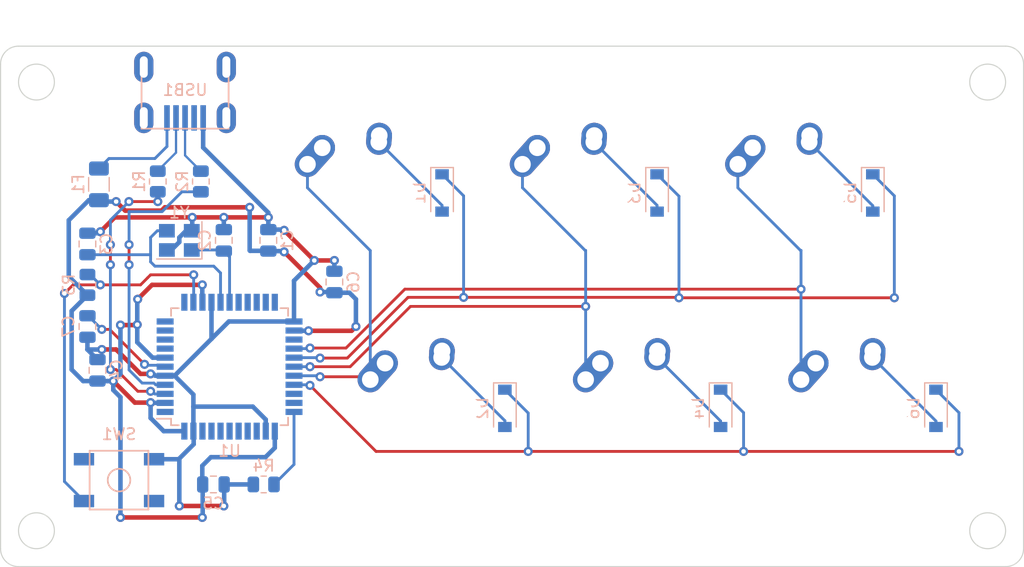
<source format=kicad_pcb>
(kicad_pcb (version 20211014) (generator pcbnew)
  (layers (0 "F.Cu" signal) (31 "B.Cu" signal) (34 "B.Paste" user) (35 "F.Paste" user) (36 "B.SilkS" user "B.Silkscreen") (37 "F.SilkS" user "F.Silkscreen") (38 "B.Mask" user) (39 "F.Mask" user) (44 "Edge.Cuts" user))
  (net 0 "")
  (net 1 "+5V")
  (net 2 "GND")
  (net 3 "Net-(C2-Pad2)")
  (net 4 "Net-(C3-Pad1)")
  (net 5 "Net-(C7-Pad1)")
  (net 6 "Row0")
  (net 7 "Net-(D1-Pad2)")
  (net 8 "Row1")
  (net 9 "Net-(D2-Pad2)")
  (net 10 "Net-(D3-Pad2)")
  (net 11 "Net-(D4-Pad2)")
  (net 12 "Net-(D5-Pad2)")
  (net 13 "Net-(D6-Pad2)")
  (net 14 "VCC")
  (net 15 "Col0")
  (net 16 "Col1")
  (net 17 "Col2")
  (net 18 "D-")
  (net 19 "Net-(R1-Pad2)")
  (net 20 "D+")
  (net 21 "Net-(R2-Pad2)")
  (net 22 "Net-(R3-Pad1)")
  (net 23 "Net-(R4-Pad1)")
  (footprint "MX_Alps_Hybrid:MX-1U-NoLED" (layer "F.Cu") (at 139.7 103.47325)
    (fp_text reference "MX6")
    (fp_text value "MX-NoLED")
    (pad "" np_thru_hole circle locked (at 5.08 0 48.0996) (size 1.75 1.75) (drill 1.75) (layers *.Cu *.Mask))
    (pad "" np_thru_hole circle locked (at -5.08 0 48.0996) (size 1.75 1.75) (drill 1.75) (layers *.Cu *.Mask))
    (pad "" np_thru_hole circle locked (at 0 0) (size 3.9878 3.9878) (drill 3.9878) (layers *.Cu *.Mask))
    (pad "1" thru_hole oval locked (at -3.81 -2.54 48.0996) (size 4.211556 2.25) (drill 1.47 (offset 0.980778 0)) (layers *.Cu "B.Mask") (net 17 "Col2"))
    (pad "1" thru_hole circle locked (at -2.5 -4) (size 2.25 2.25) (drill 1.47) (layers *.Cu "B.Mask") (net 17 "Col2"))
    (pad "2" thru_hole circle locked (at 2.54 -5.08) (size 2.25 2.25) (drill 1.47) (layers *.Cu "B.Mask") (net 13 "Net-(D6-Pad2)"))
    (pad "2" thru_hole oval locked (at 2.5 -4.5 86.0548) (size 2.831378 2.25) (drill 1.47 (offset 0.290689 0)) (layers *.Cu "B.Mask") (net 13 "Net-(D6-Pad2)"))
  )
  (footprint "MX_Alps_Hybrid:MX-1U-NoLED" (layer "F.Cu") (at 115.062 84.42325)
    (fp_text reference "MX3")
    (fp_text value "MX-NoLED")
    (pad "" np_thru_hole circle locked (at 0 0) (size 3.9878 3.9878) (drill 3.9878) (layers *.Cu *.Mask))
    (pad "" np_thru_hole circle locked (at -5.08 0 48.0996) (size 1.75 1.75) (drill 1.75) (layers *.Cu *.Mask))
    (pad "" np_thru_hole circle locked (at 5.08 0 48.0996) (size 1.75 1.75) (drill 1.75) (layers *.Cu *.Mask))
    (pad "1" thru_hole circle locked (at -2.5 -4) (size 2.25 2.25) (drill 1.47) (layers *.Cu "B.Mask") (net 16 "Col1"))
    (pad "1" thru_hole oval locked (at -3.81 -2.54 48.0996) (size 4.211556 2.25) (drill 1.47 (offset 0.980778 0)) (layers *.Cu "B.Mask") (net 16 "Col1"))
    (pad "2" thru_hole oval locked (at 2.5 -4.5 86.0548) (size 2.831378 2.25) (drill 1.47 (offset 0.290689 0)) (layers *.Cu "B.Mask") (net 10 "Net-(D3-Pad2)"))
    (pad "2" thru_hole circle locked (at 2.54 -5.08) (size 2.25 2.25) (drill 1.47) (layers *.Cu "B.Mask") (net 10 "Net-(D3-Pad2)"))
  )
  (footprint "MX_Alps_Hybrid:MX-1U-NoLED" (layer "F.Cu") (at 134.112 84.42325)
    (fp_text reference "MX5")
    (fp_text value "MX-NoLED")
    (pad "" np_thru_hole circle locked (at 5.08 0 48.0996) (size 1.75 1.75) (drill 1.75) (layers *.Cu *.Mask))
    (pad "" np_thru_hole circle locked (at 0 0) (size 3.9878 3.9878) (drill 3.9878) (layers *.Cu *.Mask))
    (pad "" np_thru_hole circle locked (at -5.08 0 48.0996) (size 1.75 1.75) (drill 1.75) (layers *.Cu *.Mask))
    (pad "1" thru_hole circle locked (at -2.5 -4) (size 2.25 2.25) (drill 1.47) (layers *.Cu "B.Mask") (net 17 "Col2"))
    (pad "1" thru_hole oval locked (at -3.81 -2.54 48.0996) (size 4.211556 2.25) (drill 1.47 (offset 0.980778 0)) (layers *.Cu "B.Mask") (net 17 "Col2"))
    (pad "2" thru_hole circle locked (at 2.54 -5.08) (size 2.25 2.25) (drill 1.47) (layers *.Cu "B.Mask") (net 12 "Net-(D5-Pad2)"))
    (pad "2" thru_hole oval locked (at 2.5 -4.5 86.0548) (size 2.831378 2.25) (drill 1.47 (offset 0.290689 0)) (layers *.Cu "B.Mask") (net 12 "Net-(D5-Pad2)"))
  )
  (footprint "MX_Alps_Hybrid:MX-1U-NoLED" (layer "F.Cu") (at 120.65 103.47325)
    (fp_text reference "MX4")
    (fp_text value "MX-NoLED")
    (pad "" np_thru_hole circle locked (at -5.08 0 48.0996) (size 1.75 1.75) (drill 1.75) (layers *.Cu *.Mask))
    (pad "" np_thru_hole circle locked (at 5.08 0 48.0996) (size 1.75 1.75) (drill 1.75) (layers *.Cu *.Mask))
    (pad "" np_thru_hole circle locked (at 0 0) (size 3.9878 3.9878) (drill 3.9878) (layers *.Cu *.Mask))
    (pad "1" thru_hole circle locked (at -2.5 -4) (size 2.25 2.25) (drill 1.47) (layers *.Cu "B.Mask") (net 16 "Col1"))
    (pad "1" thru_hole oval locked (at -3.81 -2.54 48.0996) (size 4.211556 2.25) (drill 1.47 (offset 0.980778 0)) (layers *.Cu "B.Mask") (net 16 "Col1"))
    (pad "2" thru_hole circle locked (at 2.54 -5.08) (size 2.25 2.25) (drill 1.47) (layers *.Cu "B.Mask") (net 11 "Net-(D4-Pad2)"))
    (pad "2" thru_hole oval locked (at 2.5 -4.5 86.0548) (size 2.831378 2.25) (drill 1.47 (offset 0.290689 0)) (layers *.Cu "B.Mask") (net 11 "Net-(D4-Pad2)"))
  )
  (footprint "MX_Alps_Hybrid:MX-1U-NoLED" (layer "F.Cu") (at 96.04375 84.42325)
    (fp_text reference "MX1")
    (fp_text value "MX-NoLED")
    (pad "" np_thru_hole circle locked (at 0 0) (size 3.9878 3.9878) (drill 3.9878) (layers *.Cu *.Mask))
    (pad "" np_thru_hole circle locked (at 5.08 0 48.0996) (size 1.75 1.75) (drill 1.75) (layers *.Cu *.Mask))
    (pad "" np_thru_hole circle locked (at -5.08 0 48.0996) (size 1.75 1.75) (drill 1.75) (layers *.Cu *.Mask))
    (pad "1" thru_hole oval locked (at -3.81 -2.54 48.0996) (size 4.211556 2.25) (drill 1.47 (offset 0.980778 0)) (layers *.Cu "B.Mask") (net 15 "Col0"))
    (pad "1" thru_hole circle locked (at -2.5 -4) (size 2.25 2.25) (drill 1.47) (layers *.Cu "B.Mask") (net 15 "Col0"))
    (pad "2" thru_hole circle locked (at 2.54 -5.08) (size 2.25 2.25) (drill 1.47) (layers *.Cu "B.Mask") (net 7 "Net-(D1-Pad2)"))
    (pad "2" thru_hole oval locked (at 2.5 -4.5 86.0548) (size 2.831378 2.25) (drill 1.47 (offset 0.290689 0)) (layers *.Cu "B.Mask") (net 7 "Net-(D1-Pad2)"))
  )
  (footprint "MX_Alps_Hybrid:MX-1U-NoLED" (layer "F.Cu") (at 101.6 103.47325)
    (fp_text reference "MX2")
    (fp_text value "MX-NoLED")
    (pad "" np_thru_hole circle locked (at 5.08 0 48.0996) (size 1.75 1.75) (drill 1.75) (layers *.Cu *.Mask))
    (pad "" np_thru_hole circle locked (at 0 0) (size 3.9878 3.9878) (drill 3.9878) (layers *.Cu *.Mask))
    (pad "" np_thru_hole circle locked (at -5.08 0 48.0996) (size 1.75 1.75) (drill 1.75) (layers *.Cu *.Mask))
    (pad "1" thru_hole circle locked (at -2.5 -4) (size 2.25 2.25) (drill 1.47) (layers *.Cu "B.Mask") (net 15 "Col0"))
    (pad "1" thru_hole oval locked (at -3.81 -2.54 48.0996) (size 4.211556 2.25) (drill 1.47 (offset 0.980778 0)) (layers *.Cu "B.Mask") (net 15 "Col0"))
    (pad "2" thru_hole circle locked (at 2.54 -5.08) (size 2.25 2.25) (drill 1.47) (layers *.Cu "B.Mask") (net 9 "Net-(D2-Pad2)"))
    (pad "2" thru_hole oval locked (at 2.5 -4.5 86.0548) (size 2.831378 2.25) (drill 1.47 (offset 0.290689 0)) (layers *.Cu "B.Mask") (net 9 "Net-(D2-Pad2)"))
  )
  (footprint "Resistor_SMD:R_0805_2012Metric" (layer "B.Cu") (at 88.361 110.20425 180)
    (fp_text reference "R4" (at 0 1.65) (layer "B.SilkS") (effects (justify mirror)))
    (fp_text value "10k")
    (pad "1" smd roundrect (at -0.9125 0 180) (size 1.025 1.4) (layers "B.Cu" "B.Paste" "B.Mask") (roundrect_rratio 0.243902) (net 23 "Net-(R4-Pad1)"))
    (pad "2" smd roundrect (at 0.9125 0 180) (size 1.025 1.4) (layers "B.Cu" "B.Paste" "B.Mask") (roundrect_rratio 0.243902) (net 2 "GND"))
  )
  (footprint "Capacitor_SMD:C_0805_2012Metric" (layer "B.Cu") (at 94.615 92.29725 90)
    (fp_text reference "C6" (at 0 1.68 90) (layer "B.SilkS") (effects (justify mirror)))
    (fp_text value "10uF")
    (pad "1" smd roundrect (at -0.95 0 90) (size 1 1.45) (layers "B.Cu" "B.Paste" "B.Mask") (net 1 "+5V"))
    (pad "2" smd roundrect (at 0.95 0 90) (size 1 1.45) (layers "B.Cu" "B.Paste" "B.Mask") (net 2 "GND"))
  )
  (footprint "Diode_SMD:D_SOD-123" (layer "B.Cu") (at 123.15825 84.42325 -90)
    (fp_text reference "D3" (at 0 2 90) (layer "B.SilkS") (effects (justify mirror)))
    (fp_text value "D_Small")
    (pad "1" smd rect (at -1.65 0 270) (size 0.9 1.2) (layers "B.Cu" "B.Paste" "B.Mask") (net 6 "Row0"))
    (pad "2" smd rect (at 1.65 0 270) (size 0.9 1.2) (layers "B.Cu" "B.Paste" "B.Mask") (net 10 "Net-(D3-Pad2)"))
  )
  (footprint "Capacitor_SMD:C_0805_2012Metric" (layer "B.Cu") (at 84.836 88.61425 -90)
    (fp_text reference "C2" (at 0 1.68 90) (layer "B.SilkS") (effects (justify mirror)))
    (fp_text value "1uF")
    (pad "1" smd roundrect (at -0.95 0 270) (size 1 1.45) (layers "B.Cu" "B.Paste" "B.Mask") (net 2 "GND"))
    (pad "2" smd roundrect (at 0.95 0 270) (size 1 1.45) (layers "B.Cu" "B.Paste" "B.Mask") (net 3 "Net-(C2-Pad2)"))
  )
  (footprint "Capacitor_SMD:C_0805_2012Metric" (layer "B.Cu") (at 72.771 88.93425 90)
    (fp_text reference "C3" (at 0 1.68 90) (layer "B.SilkS") (effects (justify mirror)))
    (fp_text value "1uF")
    (pad "1" smd roundrect (at -0.95 0 90) (size 1 1.45) (layers "B.Cu" "B.Paste" "B.Mask") (net 4 "Net-(C3-Pad1)"))
    (pad "2" smd roundrect (at 0.95 0 90) (size 1 1.45) (layers "B.Cu" "B.Paste" "B.Mask") (net 2 "GND"))
  )
  (footprint "Diode_SMD:D_SOD-123" (layer "B.Cu") (at 104.14 84.42325 -90)
    (fp_text reference "D1" (at 0 2 90) (layer "B.SilkS") (effects (justify mirror)))
    (fp_text value "D_Small")
    (pad "1" smd rect (at -1.65 0 270) (size 0.9 1.2) (layers "B.Cu" "B.Paste" "B.Mask") (net 6 "Row0"))
    (pad "2" smd rect (at 1.65 0 270) (size 0.9 1.2) (layers "B.Cu" "B.Paste" "B.Mask") (net 7 "Net-(D1-Pad2)"))
  )
  (footprint "Diode_SMD:D_SOD-123" (layer "B.Cu") (at 147.828 103.47325 -90)
    (fp_text reference "D6" (at 0 2 90) (layer "B.SilkS") (effects (justify mirror)))
    (fp_text value "D_Small")
    (pad "1" smd rect (at -1.65 0 270) (size 0.9 1.2) (layers "B.Cu" "B.Paste" "B.Mask") (net 8 "Row1"))
    (pad "2" smd rect (at 1.65 0 270) (size 0.9 1.2) (layers "B.Cu" "B.Paste" "B.Mask") (net 13 "Net-(D6-Pad2)"))
  )
  (footprint "Resistor_SMD:R_0805_2012Metric" (layer "B.Cu") (at 72.771 92.55125 -90)
    (fp_text reference "R3" (at 0 1.65 90) (layer "B.SilkS") (effects (justify mirror)))
    (fp_text value "10k")
    (pad "1" smd roundrect (at -0.9125 0 270) (size 1.025 1.4) (layers "B.Cu" "B.Paste" "B.Mask") (roundrect_rratio 0.243902) (net 22 "Net-(R3-Pad1)"))
    (pad "2" smd roundrect (at 0.9125 0 270) (size 1.025 1.4) (layers "B.Cu" "B.Paste" "B.Mask") (roundrect_rratio 0.243902) (net 1 "+5V"))
  )
  (footprint "Resistor_SMD:R_0805_2012Metric" (layer "B.Cu") (at 78.994 83.40725 -90)
    (fp_text reference "R1" (at 0 1.65 90) (layer "B.SilkS") (effects (justify mirror)))
    (fp_text value "22")
    (pad "1" smd roundrect (at -0.9125 0 270) (size 1.025 1.4) (layers "B.Cu" "B.Paste" "B.Mask") (roundrect_rratio 0.243902) (net 18 "D-"))
    (pad "2" smd roundrect (at 0.9125 0 270) (size 1.025 1.4) (layers "B.Cu" "B.Paste" "B.Mask") (roundrect_rratio 0.243902) (net 19 "Net-(R1-Pad2)"))
  )
  (footprint "Diode_SMD:D_SOD-123" (layer "B.Cu") (at 109.69625 103.47325 -90)
    (fp_text reference "D2" (at 0 2 90) (layer "B.SilkS") (effects (justify mirror)))
    (fp_text value "D_Small")
    (pad "1" smd rect (at -1.65 0 270) (size 0.9 1.2) (layers "B.Cu" "B.Paste" "B.Mask") (net 8 "Row1"))
    (pad "2" smd rect (at 1.65 0 270) (size 0.9 1.2) (layers "B.Cu" "B.Paste" "B.Mask") (net 9 "Net-(D2-Pad2)"))
  )
  (footprint "Capacitor_SMD:C_0805_2012Metric" (layer "B.Cu") (at 73.66 100.11025 90)
    (fp_text reference "C4" (at 0 1.68 90) (layer "B.SilkS") (effects (justify mirror)))
    (fp_text value "0.1uF")
    (pad "1" smd roundrect (at -0.95 0 90) (size 1 1.45) (layers "B.Cu" "B.Paste" "B.Mask") (net 1 "+5V"))
    (pad "2" smd roundrect (at 0.95 0 90) (size 1 1.45) (layers "B.Cu" "B.Paste" "B.Mask") (net 2 "GND"))
  )
  (footprint "Fuse:Fuse_1206_3216Metric" (layer "B.Cu") (at 73.787 83.66125 -90)
    (fp_text reference "F1" (at 0 1.82 90) (layer "B.SilkS") (effects (justify mirror)))
    (fp_text value "500mA")
    (pad "1" smd roundrect (at -1.4 0 270) (size 1.25 1.75) (layers "B.Cu" "B.Paste" "B.Mask") (roundrect_rratio 0.2) (net 14 "VCC"))
    (pad "2" smd roundrect (at 1.4 0 270) (size 1.25 1.75) (layers "B.Cu" "B.Paste" "B.Mask") (roundrect_rratio 0.2) (net 1 "+5V"))
  )
  (footprint "Capacitor_SMD:C_0805_2012Metric" (layer "B.Cu") (at 88.773 88.61425 90)
    (fp_text reference "C1" (at 0 1.68 90) (layer "B.SilkS") (effects (justify mirror)))
    (fp_text value "0.1uF")
    (pad "1" smd roundrect (at -0.95 0 90) (size 1 1.45) (layers "B.Cu" "B.Paste" "B.Mask") (net 1 "+5V"))
    (pad "2" smd roundrect (at 0.95 0 90) (size 1 1.45) (layers "B.Cu" "B.Paste" "B.Mask") (net 2 "GND"))
  )
  (footprint "Capacitor_SMD:C_0805_2012Metric" (layer "B.Cu") (at 83.916 110.20425)
    (fp_text reference "C5" (at 0 1.68) (layer "B.SilkS") (effects (justify mirror)))
    (fp_text value "0.1uF")
    (pad "1" smd roundrect (at -0.95 0) (size 1 1.45) (layers "B.Cu" "B.Paste" "B.Mask") (net 1 "+5V"))
    (pad "2" smd roundrect (at 0.95 0) (size 1 1.45) (layers "B.Cu" "B.Paste" "B.Mask") (net 2 "GND"))
  )
  (footprint "random-keyboard-parts:SKQG-1155865" (layer "B.Cu") (at 75.565 109.82325)
    (fp_text reference "SW1" (at 0 -4.064) (layer "B.SilkS") (effects (justify mirror)))
    (fp_text value "SW_Push")
    (pad "1" smd rect locked (at 3.1 -1.85) (size 1.8 1.1) (layers "B.Cu" "B.Paste" "B.Mask") (net 2 "GND"))
    (pad "2" smd rect locked (at -3.1 1.85) (size 1.8 1.1) (layers "B.Cu" "B.Paste" "B.Mask") (net 22 "Net-(R3-Pad1)"))
    (pad "3" smd rect locked (at 3.1 1.85) (size 1.8 1.1) (layers "B.Cu" "B.Paste" "B.Mask"))
    (pad "4" smd rect locked (at -3.1 -1.85) (size 1.8 1.1) (layers "B.Cu" "B.Paste" "B.Mask"))
  )
  (footprint "Diode_SMD:D_SOD-123" (layer "B.Cu") (at 128.778 103.47325 -90)
    (fp_text reference "D4" (at 0 2 90) (layer "B.SilkS") (effects (justify mirror)))
    (fp_text value "D_Small")
    (pad "1" smd rect (at -1.65 0 270) (size 0.9 1.2) (layers "B.Cu" "B.Paste" "B.Mask") (net 8 "Row1"))
    (pad "2" smd rect (at 1.65 0 270) (size 0.9 1.2) (layers "B.Cu" "B.Paste" "B.Mask") (net 11 "Net-(D4-Pad2)"))
  )
  (footprint "random-keyboard-parts:Molex-0548190589" (layer "B.Cu") (at 81.407 73.2825 -90)
    (fp_text reference "USB1" (at 2.032 0) (layer "B.SilkS") (effects (justify mirror)))
    (fp_text value "Molex-0548190589")
    (pad "1" smd rect locked (at 4.5 -1.6 270) (size 2.25 0.5) (layers "B.Cu" "B.Paste" "B.Mask") (net 2 "GND"))
    (pad "2" smd rect locked (at 4.5 -0.8 270) (size 2.25 0.5) (layers "B.Cu" "B.Paste" "B.Mask"))
    (pad "3" smd rect locked (at 4.5 0 270) (size 2.25 0.5) (layers "B.Cu" "B.Paste" "B.Mask") (net 20 "D+"))
    (pad "4" smd rect locked (at 4.5 0.8 270) (size 2.25 0.5) (layers "B.Cu" "B.Paste" "B.Mask") (net 18 "D-"))
    (pad "5" smd rect locked (at 4.5 1.6 270) (size 2.25 0.5) (layers "B.Cu" "B.Paste" "B.Mask") (net 14 "VCC"))
    (pad "6" thru_hole oval locked (at 4.5 -3.65 270) (size 2.7 1.7) (drill oval 1.9 0.7) (layers *.Cu *.Mask))
    (pad "6" thru_hole oval locked (at 4.5 3.65 270) (size 2.7 1.7) (drill oval 1.9 0.7) (layers *.Cu *.Mask))
    (pad "6" thru_hole oval locked (at 0 -3.65 270) (size 2.7 1.7) (drill oval 1.9 0.7) (layers *.Cu *.Mask))
    (pad "6" thru_hole oval locked (at 0 3.65 270) (size 2.7 1.7) (drill oval 1.9 0.7) (layers *.Cu *.Mask))
  )
  (footprint "Diode_SMD:D_SOD-123" (layer "B.Cu") (at 142.24 84.42325 -90)
    (fp_text reference "D5" (at 0 2 90) (layer "B.SilkS") (effects (justify mirror)))
    (fp_text value "D_Small")
    (pad "1" smd rect (at -1.65 0 270) (size 0.9 1.2) (layers "B.Cu" "B.Paste" "B.Mask") (net 6 "Row0"))
    (pad "2" smd rect (at 1.65 0 270) (size 0.9 1.2) (layers "B.Cu" "B.Paste" "B.Mask") (net 12 "Net-(D5-Pad2)"))
  )
  (footprint "Package_QFP:TQFP-44_10x10mm_P0.8mm" (layer "B.Cu") (at 85.344 99.79025)
    (fp_text reference "U1" (at 0 7.45) (layer "B.SilkS") (effects (justify mirror)))
    (fp_text value "ATmega32U4-A")
    (pad "1" smd rect (at -5.7 4) (size 1.5 0.55) (layers "B.Cu" "B.Paste" "B.Mask"))
    (pad "2" smd rect (at -5.7 3.2) (size 1.5 0.55) (layers "B.Cu" "B.Paste" "B.Mask") (net 1 "+5V"))
    (pad "3" smd rect (at -5.7 2.4) (size 1.5 0.55) (layers "B.Cu" "B.Paste" "B.Mask") (net 19 "Net-(R1-Pad2)"))
    (pad "4" smd rect (at -5.7 1.6) (size 1.5 0.55) (layers "B.Cu" "B.Paste" "B.Mask") (net 21 "Net-(R2-Pad2)"))
    (pad "5" smd rect (at -5.7 0.8) (size 1.5 0.55) (layers "B.Cu" "B.Paste" "B.Mask") (net 2 "GND"))
    (pad "6" smd rect (at -5.7 0) (size 1.5 0.55) (layers "B.Cu" "B.Paste" "B.Mask") (net 5 "Net-(C7-Pad1)"))
    (pad "7" smd rect (at -5.7 -0.8) (size 1.5 0.55) (layers "B.Cu" "B.Paste" "B.Mask") (net 1 "+5V"))
    (pad "8" smd rect (at -5.7 -1.6) (size 1.5 0.55) (layers "B.Cu" "B.Paste" "B.Mask"))
    (pad "9" smd rect (at -5.7 -2.4) (size 1.5 0.55) (layers "B.Cu" "B.Paste" "B.Mask"))
    (pad "10" smd rect (at -5.7 -3.2) (size 1.5 0.55) (layers "B.Cu" "B.Paste" "B.Mask"))
    (pad "11" smd rect (at -5.7 -4) (size 1.5 0.55) (layers "B.Cu" "B.Paste" "B.Mask"))
    (pad "12" smd rect (at -4 -5.7 270) (size 1.5 0.55) (layers "B.Cu" "B.Paste" "B.Mask"))
    (pad "13" smd rect (at -3.2 -5.7 270) (size 1.5 0.55) (layers "B.Cu" "B.Paste" "B.Mask") (net 22 "Net-(R3-Pad1)"))
    (pad "14" smd rect (at -2.4 -5.7 270) (size 1.5 0.55) (layers "B.Cu" "B.Paste" "B.Mask") (net 1 "+5V"))
    (pad "15" smd rect (at -1.6 -5.7 270) (size 1.5 0.55) (layers "B.Cu" "B.Paste" "B.Mask") (net 2 "GND"))
    (pad "16" smd rect (at -0.8 -5.7 270) (size 1.5 0.55) (layers "B.Cu" "B.Paste" "B.Mask") (net 4 "Net-(C3-Pad1)"))
    (pad "17" smd rect (at 0 -5.7 270) (size 1.5 0.55) (layers "B.Cu" "B.Paste" "B.Mask") (net 3 "Net-(C2-Pad2)"))
    (pad "18" smd rect (at 0.8 -5.7 270) (size 1.5 0.55) (layers "B.Cu" "B.Paste" "B.Mask"))
    (pad "19" smd rect (at 1.6 -5.7 270) (size 1.5 0.55) (layers "B.Cu" "B.Paste" "B.Mask"))
    (pad "20" smd rect (at 2.4 -5.7 270) (size 1.5 0.55) (layers "B.Cu" "B.Paste" "B.Mask"))
    (pad "21" smd rect (at 3.2 -5.7 270) (size 1.5 0.55) (layers "B.Cu" "B.Paste" "B.Mask"))
    (pad "22" smd rect (at 4 -5.7 270) (size 1.5 0.55) (layers "B.Cu" "B.Paste" "B.Mask"))
    (pad "23" smd rect (at 5.7 -4) (size 1.5 0.55) (layers "B.Cu" "B.Paste" "B.Mask") (net 2 "GND"))
    (pad "24" smd rect (at 5.7 -3.2) (size 1.5 0.55) (layers "B.Cu" "B.Paste" "B.Mask") (net 1 "+5V"))
    (pad "25" smd rect (at 5.7 -2.4) (size 1.5 0.55) (layers "B.Cu" "B.Paste" "B.Mask"))
    (pad "26" smd rect (at 5.7 -1.6) (size 1.5 0.55) (layers "B.Cu" "B.Paste" "B.Mask") (net 17 "Col2"))
    (pad "27" smd rect (at 5.7 -0.8) (size 1.5 0.55) (layers "B.Cu" "B.Paste" "B.Mask") (net 6 "Row0"))
    (pad "28" smd rect (at 5.7 0) (size 1.5 0.55) (layers "B.Cu" "B.Paste" "B.Mask") (net 16 "Col1"))
    (pad "29" smd rect (at 5.7 0.8) (size 1.5 0.55) (layers "B.Cu" "B.Paste" "B.Mask") (net 15 "Col0"))
    (pad "30" smd rect (at 5.7 1.6) (size 1.5 0.55) (layers "B.Cu" "B.Paste" "B.Mask") (net 8 "Row1"))
    (pad "31" smd rect (at 5.7 2.4) (size 1.5 0.55) (layers "B.Cu" "B.Paste" "B.Mask"))
    (pad "32" smd rect (at 5.7 3.2) (size 1.5 0.55) (layers "B.Cu" "B.Paste" "B.Mask"))
    (pad "33" smd rect (at 5.7 4) (size 1.5 0.55) (layers "B.Cu" "B.Paste" "B.Mask") (net 23 "Net-(R4-Pad1)"))
    (pad "34" smd rect (at 4 5.7 270) (size 1.5 0.55) (layers "B.Cu" "B.Paste" "B.Mask") (net 1 "+5V"))
    (pad "35" smd rect (at 3.2 5.7 270) (size 1.5 0.55) (layers "B.Cu" "B.Paste" "B.Mask") (net 2 "GND"))
    (pad "36" smd rect (at 2.4 5.7 270) (size 1.5 0.55) (layers "B.Cu" "B.Paste" "B.Mask"))
    (pad "37" smd rect (at 1.6 5.7 270) (size 1.5 0.55) (layers "B.Cu" "B.Paste" "B.Mask"))
    (pad "38" smd rect (at 0.8 5.7 270) (size 1.5 0.55) (layers "B.Cu" "B.Paste" "B.Mask"))
    (pad "39" smd rect (at 0 5.7 270) (size 1.5 0.55) (layers "B.Cu" "B.Paste" "B.Mask"))
    (pad "40" smd rect (at -0.8 5.7 270) (size 1.5 0.55) (layers "B.Cu" "B.Paste" "B.Mask"))
    (pad "41" smd rect (at -1.6 5.7 270) (size 1.5 0.55) (layers "B.Cu" "B.Paste" "B.Mask"))
    (pad "42" smd rect (at -2.4 5.7 270) (size 1.5 0.55) (layers "B.Cu" "B.Paste" "B.Mask"))
    (pad "43" smd rect (at -3.2 5.7 270) (size 1.5 0.55) (layers "B.Cu" "B.Paste" "B.Mask") (net 2 "GND"))
    (pad "44" smd rect (at -4 5.7 270) (size 1.5 0.55) (layers "B.Cu" "B.Paste" "B.Mask") (net 1 "+5V"))
  )
  (footprint "Resistor_SMD:R_0805_2012Metric" (layer "B.Cu") (at 82.804 83.40725 -90)
    (fp_text reference "R2" (at 0 1.65 90) (layer "B.SilkS") (effects (justify mirror)))
    (fp_text value "22")
    (pad "1" smd roundrect (at -0.9125 0 270) (size 1.025 1.4) (layers "B.Cu" "B.Paste" "B.Mask") (roundrect_rratio 0.243902) (net 20 "D+"))
    (pad "2" smd roundrect (at 0.9125 0 270) (size 1.025 1.4) (layers "B.Cu" "B.Paste" "B.Mask") (roundrect_rratio 0.243902) (net 21 "Net-(R2-Pad2)"))
  )
  (footprint "Capacitor_SMD:C_0805_2012Metric" (layer "B.Cu") (at 72.771 96.23425 -90)
    (fp_text reference "C7" (at 0 1.68 90) (layer "B.SilkS") (effects (justify mirror)))
    (fp_text value "1uF")
    (pad "1" smd roundrect (at -0.95 0 270) (size 1 1.45) (layers "B.Cu" "B.Paste" "B.Mask") (net 5 "Net-(C7-Pad1)"))
    (pad "2" smd roundrect (at 0.95 0 270) (size 1 1.45) (layers "B.Cu" "B.Paste" "B.Mask") (net 2 "GND"))
  )
  (footprint "Crystal:Crystal_SMD_3225-4Pin_3.2x2.5mm" (layer "B.Cu") (at 80.899 88.61425 180)
    (fp_text reference "Y1" (at 0 2.45) (layer "B.SilkS") (effects (justify mirror)))
    (fp_text value "16MHz")
    (pad "1" smd rect (at -1.1 -0.85 180) (size 1.4 1.2) (layers "B.Cu" "B.Paste" "B.Mask") (net 3 "Net-(C2-Pad2)"))
    (pad "2" smd rect (at 1.1 -0.85 180) (size 1.4 1.2) (layers "B.Cu" "B.Paste" "B.Mask") (net 2 "GND"))
    (pad "3" smd rect (at 1.1 0.85 180) (size 1.4 1.2) (layers "B.Cu" "B.Paste" "B.Mask") (net 4 "Net-(C3-Pad1)"))
    (pad "4" smd rect (at -1.1 0.85 180) (size 1.4 1.2) (layers "B.Cu" "B.Paste" "B.Mask") (net 2 "GND"))
  )
  (gr_arc (start 155.575 115.8875) (mid 155.110032 117.010032) (end 153.9875 117.475) (layer "Edge.Cuts") (width 0.1))
  (gr_line (start 66.675 117.475) (end 153.9875 117.475) (layer "Edge.Cuts") (width 0.1))
  (gr_circle (center 152.4 114.3) (end 153.9875 114.3) (layer "Edge.Cuts") (width 0.1) (fill none))
  (gr_line (start 65.0875 73.025) (end 65.0875 115.8875) (layer "Edge.Cuts") (width 0.1))
  (gr_arc (start 153.9875 71.4375) (mid 155.110032 71.902468) (end 155.575 73.025) (layer "Edge.Cuts") (width 0.1))
  (gr_arc (start 66.675 117.475) (mid 65.552468 117.010032) (end 65.0875 115.8875) (layer "Edge.Cuts") (width 0.1))
  (gr_circle (center 68.2625 114.3) (end 69.85 114.3) (layer "Edge.Cuts") (width 0.1) (fill none))
  (gr_line (start 153.9875 71.4375) (end 66.675 71.4375) (layer "Edge.Cuts") (width 0.1))
  (gr_line (start 155.575 73.025) (end 155.575 115.8875) (layer "Edge.Cuts") (width 0.1))
  (gr_arc (start 65.0875 73.025) (mid 65.552468 71.902468) (end 66.675 71.4375) (layer "Edge.Cuts") (width 0.1))
  (gr_circle (center 68.2625 74.6125) (end 69.85 74.6125) (layer "Edge.Cuts") (width 0.1) (fill none))
  (gr_circle (center 152.4 74.6125) (end 153.9875 74.6125) (layer "Edge.Cuts") (width 0.1) (fill none))
  (segment (start 76.111 85.98525) (end 75.311 85.18525) (width 0.4) (layer "F.Cu") (net 1))
  (segment (start 82.931 113.12525) (end 75.692 113.12525) (width 0.4) (layer "F.Cu") (net 1))
  (segment (start 96.52 96.23425) (end 96.139 96.61525) (width 0.4) (layer "F.Cu") (net 1))
  (segment (start 76.962 102.96525) (end 75.057 101.06025) (width 0.4) (layer "F.Cu") (net 1))
  (segment (start 77.141 96.10725) (end 77.1785 96.06975) (width 0.4) (layer "F.Cu") (net 1))
  (segment (start 87.122 85.69325) (end 79.617371 85.69325) (width 0.4) (layer "F.Cu") (net 1))
  (segment (start 90.17 89.63025) (end 93.345 92.80525) (width 0.4) (layer "F.Cu") (net 1))
  (segment (start 93.345 92.80525) (end 93.345 93.18625) (width 0.4) (layer "F.Cu") (net 1))
  (segment (start 78.486 92.55125) (end 82.931 92.55125) (width 0.4) (layer "F.Cu") (net 1))
  (segment (start 78.359 102.96525) (end 76.962 102.96525) (width 0.4) (layer "F.Cu") (net 1))
  (segment (start 96.139 96.61525) (end 92.329 96.61525) (width 0.4) (layer "F.Cu") (net 1))
  (segment (start 75.692 96.10725) (end 77.141 96.10725) (width 0.4) (layer "F.Cu") (net 1))
  (segment (start 79.325371 85.98525) (end 76.111 85.98525) (width 0.4) (layer "F.Cu") (net 1))
  (segment (start 79.617371 85.69325) (end 79.325371 85.98525) (width 0.4) (layer "F.Cu") (net 1))
  (segment (start 77.216 93.82125) (end 78.486 92.55125) (width 0.4) (layer "F.Cu") (net 1))
  (via (at 93.345 93.18625) (size 0.8) (drill 0.4) (layers "F.Cu" "B.Cu") (net 1))
  (via (at 96.52 96.23425) (size 0.8) (drill 0.4) (layers "F.Cu" "B.Cu") (net 1))
  (via (at 82.931 92.55125) (size 0.8) (drill 0.4) (layers "F.Cu" "B.Cu") (net 1))
  (via (at 78.359 102.96525) (size 0.8) (drill 0.4) (layers "F.Cu" "B.Cu") (net 1))
  (via (at 77.1785 96.06975) (size 0.8) (drill 0.4) (layers "F.Cu" "B.Cu") (net 1))
  (via (at 75.692 113.12525) (size 0.8) (drill 0.4) (layers "F.Cu" "B.Cu") (net 1))
  (via (at 82.931 113.12525) (size 0.8) (drill 0.4) (layers "F.Cu" "B.Cu") (net 1))
  (via (at 75.311 85.18525) (size 0.8) (drill 0.4) (layers "F.Cu" "B.Cu") (net 1))
  (via (at 75.057 101.06025) (size 0.8) (drill 0.4) (layers "F.Cu" "B.Cu") (net 1))
  (via (at 90.17 89.63025) (size 0.8) (drill 0.4) (layers "F.Cu" "B.Cu") (net 1))
  (via (at 92.329 96.61525) (size 0.8) (drill 0.4) (layers "F.Cu" "B.Cu") (net 1))
  (via (at 87.122 85.69325) (size 0.8) (drill 0.4) (layers "F.Cu" "B.Cu") (net 1))
  (via (at 77.216 93.82125) (size 0.8) (drill 0.4) (layers "F.Cu" "B.Cu") (net 1))
  (via (at 75.692 96.10725) (size 0.8) (drill 0.4) (layers "F.Cu" "B.Cu") (net 1))
  (segment (start 73.787 85.06125) (end 72.895 85.06125) (width 0.4) (layer "B.Cu") (net 1))
  (segment (start 71.374 94.86075) (end 71.374 100.04425) (width 0.4) (layer "B.Cu") (net 1))
  (segment (start 75.057 101.06025) (end 74.549 101.06025) (width 0.4) (layer "B.Cu") (net 1))
  (segment (start 89.344 106.96625) (end 88.519 107.79125) (width 0.4) (layer "B.Cu") (net 1))
  (segment (start 89.344 105.49025) (end 89.344 106.96625) (width 0.4) (layer "B.Cu") (net 1))
  (segment (start 78.359 104.33025) (end 79.519 105.49025) (width 0.4) (layer "B.Cu") (net 1))
  (segment (start 82.931 94.07725) (end 82.944 94.09025) (width 0.4) (layer "B.Cu") (net 1))
  (segment (start 77.1785 97.63125) (end 77.1785 96.06975) (width 0.4) (layer "B.Cu") (net 1))
  (segment (start 71.12 91.81275) (end 72.771 93.46375) (width 0.4) (layer "B.Cu") (net 1))
  (segment (start 82.931 92.55125) (end 82.931 94.07725) (width 0.4) (layer "B.Cu") (net 1))
  (segment (start 82.931 108.55325) (end 82.931 110.16925) (width 0.4) (layer "B.Cu") (net 1))
  (segment (start 79.644 98.99025) (end 78.5375 98.99025) (width 0.4) (layer "B.Cu") (net 1))
  (segment (start 78.5375 98.99025) (end 77.1785 97.63125) (width 0.4) (layer "B.Cu") (net 1))
  (segment (start 71.12 86.83625) (end 71.12 91.81275) (width 0.4) (layer "B.Cu") (net 1))
  (segment (start 82.966 113.09025) (end 82.931 113.12525) (width 0.4) (layer "B.Cu") (net 1))
  (segment (start 92.329 96.61525) (end 91.069 96.61525) (width 0.4) (layer "B.Cu") (net 1))
  (segment (start 87.161 89.54225) (end 87.122 89.50325) (width 0.4) (layer "B.Cu") (net 1))
  (segment (start 75.057 101.854) (end 75.057 101.06025) (width 0.4) (layer "B.Cu") (net 1))
  (segment (start 94.615 93.24725) (end 95.946 93.24725) (width 0.4) (layer "B.Cu") (net 1))
  (segment (start 79.519 105.49025) (end 81.344 105.49025) (width 0.4) (layer "B.Cu") (net 1))
  (segment (start 75.692 96.10725) (end 75.692 100.42525) (width 0.4) (layer "B.Cu") (net 1))
  (segment (start 88.519 107.79125) (end 83.693 107.79125) (width 0.4) (layer "B.Cu") (net 1))
  (segment (start 74.549 101.06025) (end 73.66 101.06025) (width 0.4) (layer "B.Cu") (net 1))
  (segment (start 83.693 107.79125) (end 82.931 108.55325) (width 0.4) (layer "B.Cu") (net 1))
  (segment (start 75.311 85.18525) (end 73.911 85.18525) (width 0.4) (layer "B.Cu") (net 1))
  (segment (start 77.1785 96.06975) (end 77.1785 93.85875) (width 0.4) (layer "B.Cu") (net 1))
  (segment (start 90.104 89.56425) (end 90.17 89.63025) (width 0.4) (layer "B.Cu") (net 1))
  (segment (start 87.122 89.50325) (end 87.122 85.69325) (width 0.4) (layer "B.Cu") (net 1))
  (segment (start 78.384 102.99025) (end 78.359 102.96525) (width 0.4) (layer "B.Cu") (net 1))
  (segment (start 75.692 102.489) (end 75.057 101.854) (width 0.4) (layer "B.Cu") (net 1))
  (segment (start 79.644 102.99025) (end 78.384 102.99025) (width 0.4) (layer "B.Cu") (net 1))
  (segment (start 75.692 113.12525) (end 75.692 102.489) (width 0.4) (layer "B.Cu") (net 1))
  (segment (start 71.374 100.04425) (end 72.39 101.06025) (width 0.4) (layer "B.Cu") (net 1))
  (segment (start 96.52 93.82125) (end 96.52 96.23425) (width 0.4) (layer "B.Cu") (net 1))
  (segment (start 78.359 102.96525) (end 78.359 104.33025) (width 0.4) (layer "B.Cu") (net 1))
  (segment (start 72.39 101.06025) (end 73.66 101.06025) (width 0.4) (layer "B.Cu") (net 1))
  (segment (start 96.139 93.44025) (end 96.52 93.82125) (width 0.4) (layer "B.Cu") (net 1))
  (segment (start 82.931 110.16925) (end 82.966 110.20425) (width 0.4) (layer "B.Cu") (net 1))
  (segment (start 88.773 89.56425) (end 90.104 89.56425) (width 0.4) (layer "B.Cu") (net 1))
  (segment (start 77.1785 93.85875) (end 77.216 93.82125) (width 0.4) (layer "B.Cu") (net 1))
  (segment (start 95.946 93.24725) (end 96.139 93.44025) (width 0.4) (layer "B.Cu") (net 1))
  (segment (start 72.895 85.06125) (end 71.12 86.83625) (width 0.4) (layer "B.Cu") (net 1))
  (segment (start 75.692 100.42525) (end 75.057 101.06025) (width 0.4) (layer "B.Cu") (net 1))
  (segment (start 88.773 89.54225) (end 87.161 89.54225) (width 0.4) (layer "B.Cu") (net 1))
  (segment (start 72.771 93.46375) (end 71.374 94.86075) (width 0.4) (layer "B.Cu") (net 1))
  (segment (start 73.911 85.18525) (end 73.787 85.06125) (width 0.4) (layer "B.Cu") (net 1))
  (segment (start 91.069 96.61525) (end 91.044 96.59025) (width 0.4) (layer "B.Cu") (net 1))
  (segment (start 82.966 110.20425) (end 82.966 113.09025) (width 0.4) (layer "B.Cu") (net 1))
  (segment (start 93.345 93.18625) (end 94.554 93.18625) (width 0.4) (layer "B.Cu") (net 1))
  (segment (start 92.837 90.39225) (end 94.615 90.39225) (width 0.4) (layer "F.Cu") (net 2))
  (segment (start 77.47 100.42525) (end 78.359 100.42525) (width 0.4) (layer "F.Cu") (net 2))
  (segment (start 84.836 86.58225) (end 88.773 86.58225) (width 0.4) (layer "F.Cu") (net 2))
  (segment (start 80.642 86.58525) (end 75.181 86.58525) (width 0.4) (layer "F.Cu") (net 2))
  (segment (start 75.438 98.39325) (end 77.47 100.42525) (width 0.4) (layer "F.Cu") (net 2))
  (segment (start 84.836 112.10925) (end 80.899 112.10925) (width 0.4) (layer "F.Cu") (net 2))
  (segment (start 80.645 86.58225) (end 80.642 86.58525) (width 0.4) (layer "F.Cu") (net 2))
  (segment (start 75.311 98.26625) (end 75.438 98.39325) (width 0.4) (layer "F.Cu") (net 2))
  (segment (start 75.181 86.58525) (end 73.914 87.85225) (width 0.4) (layer "F.Cu") (net 2))
  (segment (start 82.042 86.58225) (end 80.645 86.58225) (width 0.4) (layer "F.Cu") (net 2))
  (segment (start 74.041 98.26625) (end 75.311 98.26625) (width 0.4) (layer "F.Cu") (net 2))
  (segment (start 90.17 87.72525) (end 92.837 90.39225) (width 0.4) (layer "F.Cu") (net 2))
  (segment (start 84.836 86.58225) (end 82.042 86.58225) (width 0.4) (layer "F.Cu") (net 2))
  (via (at 82.042 86.58225) (size 0.8) (drill 0.4) (layers "F.Cu" "B.Cu") (net 2))
  (via (at 80.899 112.10925) (size 0.8) (drill 0.4) (layers "F.Cu" "B.Cu") (net 2))
  (via (at 73.914 87.85225) (size 0.8) (drill 0.4) (layers "F.Cu" "B.Cu") (net 2))
  (via (at 84.836 86.58225) (size 0.8) (drill 0.4) (layers "F.Cu" "B.Cu") (net 2))
  (via (at 88.773 86.58225) (size 0.8) (drill 0.4) (layers "F.Cu" "B.Cu") (net 2))
  (via (at 78.359 100.42525) (size 0.8) (drill 0.4) (layers "F.Cu" "B.Cu") (net 2))
  (via (at 94.615 90.39225) (size 0.8) (drill 0.4) (layers "F.Cu" "B.Cu") (net 2))
  (via (at 74.041 98.26625) (size 0.8) (drill 0.4) (layers "F.Cu" "B.Cu") (net 2))
  (via (at 90.17 87.72525) (size 0.8) (drill 0.4) (layers "F.Cu" "B.Cu") (net 2))
  (via (at 84.836 112.10925) (size 0.8) (drill 0.4) (layers "F.Cu" "B.Cu") (net 2))
  (via (at 92.837 90.39225) (size 0.8) (drill 0.4) (layers "F.Cu" "B.Cu") (net 2))
  (segment (start 78.665 107.97325) (end 80.844 107.97325) (width 0.4) (layer "B.Cu") (net 2))
  (segment (start 74.036 98.27125) (end 74.041 98.26625) (width 0.4) (layer "B.Cu") (net 2))
  (segment (start 88.773 86.16975) (end 83.007 80.40375) (width 0.4) (layer "B.Cu") (net 2))
  (segment (start 84.866 110.20425) (end 87.4485 110.20425) (width 0.4) (layer "B.Cu") (net 2))
  (segment (start 80.899 88.76425) (end 80.199 89.46425) (width 0.4) (layer "B.Cu") (net 2))
  (segment (start 80.899 88.36025) (end 80.899 88.76425) (width 0.4) (layer "B.Cu") (net 2))
  (segment (start 81.495 87.76425) (end 80.899 88.36025) (width 0.4) (layer "B.Cu") (net 2))
  (segment (start 90.109 87.66425) (end 90.17 87.72525) (width 0.4) (layer "B.Cu") (net 2))
  (segment (start 72.771 97.18425) (end 72.771 98.27125) (width 0.4) (layer "B.Cu") (net 2))
  (segment (start 94.549 91.28125) (end 94.615 91.34725) (width 0.4) (layer "B.Cu") (net 2))
  (segment (start 80.844 107.97325) (end 82.169 106.64825) (width 0.4) (layer "B.Cu") (net 2))
  (segment (start 80.899 108.02825) (end 80.844 107.97325) (width 0.4) (layer "B.Cu") (net 2))
  (segment (start 79.644 100.59025) (end 80.48 100.59025) (width 0.4) (layer "B.Cu") (net 2))
  (segment (start 88.544 104.46525) (end 87.4 103.32125) (width 0.4) (layer "B.Cu") (net 2))
  (segment (start 72.771 87.98425) (end 73.782 87.98425) (width 0.4) (layer "B.Cu") (net 2))
  (segment (start 91.044 92.18525) (end 92.837 90.39225) (width 0.4) (layer "B.Cu") (net 2))
  (segment (start 82.144 105.49025) (end 82.144 103.32125) (width 0.4) (layer "B.Cu") (net 2))
  (segment (start 82.169 105.51525) (end 82.144 105.49025) (width 0.4) (layer "B.Cu") (net 2))
  (segment (start 82.169 106.64825) (end 82.169 105.51525) (width 0.4) (layer "B.Cu") (net 2))
  (segment (start 84.866 112.07925) (end 84.836 112.10925) (width 0.4) (layer "B.Cu") (net 2))
  (segment (start 82.042 87.72125) (end 81.999 87.76425) (width 0.4) (layer "B.Cu") (net 2))
  (segment (start 94.615 90.39225) (end 94.615 91.34725) (width 0.4) (layer "B.Cu") (net 2))
  (segment (start 82.042 86.58225) (end 82.042 87.72125) (width 0.4) (layer "B.Cu") (net 2))
  (segment (start 78.778 100.59025) (end 79.644 100.59025) (width 0.4) (layer "B.Cu") (net 2))
  (segment (start 82.144 102.25425) (end 80.48 100.59025) (width 0.4) (layer "B.Cu") (net 2))
  (segment (start 87.4 103.32125) (end 82.144 103.32125) (width 0.4) (layer "B.Cu") (net 2))
  (segment (start 80.199 89.46425) (end 79.799 89.46425) (width 0.4) (layer "B.Cu") (net 2))
  (segment (start 80.48 100.59025) (end 83.744 97.32625) (width 0.4) (layer "B.Cu") (net 2))
  (segment (start 78.613 100.42525) (end 78.778 100.59025) (width 0.4) (layer "B.Cu") (net 2))
  (segment (start 72.771 98.27125) (end 74.036 98.27125) (width 0.4) (layer "B.Cu") (net 2))
  (segment (start 81.999 87.76425) (end 81.495 87.76425) (width 0.4) (layer "B.Cu") (net 2))
  (segment (start 80.899 112.10925) (end 80.899 108.02825) (width 0.4) (layer "B.Cu") (net 2))
  (segment (start 78.359 100.42525) (end 78.613 100.42525) (width 0.4) (layer "B.Cu") (net 2))
  (segment (start 73.782 87.98425) (end 73.914 87.85225) (width 0.4) (layer "B.Cu") (net 2))
  (segment (start 83.744 97.32625) (end 83.744 94.09025) (width 0.4) (layer "B.Cu") (net 2))
  (segment (start 72.771 98.27125) (end 73.66 99.16025) (width 0.4) (layer "B.Cu") (net 2))
  (segment (start 91.044 95.79025) (end 91.044 92.18525) (width 0.4) (layer "B.Cu") (net 2))
  (segment (start 88.773 87.66425) (end 90.109 87.66425) (width 0.4) (layer "B.Cu") (net 2))
  (segment (start 91.044 95.79025) (end 85.28 95.79025) (width 0.4) (layer "B.Cu") (net 2))
  (segment (start 88.773 86.58225) (end 88.773 86.16975) (width 0.4) (layer "B.Cu") (net 2))
  (segment (start 84.836 87.66425) (end 84.836 86.58225) (width 0.4) (layer "B.Cu") (net 2))
  (segment (start 88.544 105.49025) (end 88.544 104.46525) (width 0.4) (layer "B.Cu") (net 2))
  (segment (start 88.773 87.66425) (end 88.773 86.58225) (width 0.4) (layer "B.Cu") (net 2))
  (segment (start 82.144 103.32125) (end 82.144 102.25425) (width 0.4) (layer "B.Cu") (net 2))
  (segment (start 83.007 80.40375) (end 83.007 77.7825) (width 0.4) (layer "B.Cu") (net 2))
  (segment (start 84.866 110.20425) (end 84.866 112.07925) (width 0.4) (layer "B.Cu") (net 2))
  (segment (start 85.28 95.79025) (end 83.744 97.32625) (width 0.4) (layer "B.Cu") (net 2))
  (segment (start 84.836 89.56425) (end 85.344 90.07225) (width 0.25) (layer "B.Cu") (net 3))
  (segment (start 84.736 89.46425) (end 84.836 89.56425) (width 0.25) (layer "B.Cu") (net 3))
  (segment (start 85.344 90.07225) (end 85.344 94.09025) (width 0.25) (layer "B.Cu") (net 3))
  (segment (start 81.999 89.46425) (end 84.736 89.46425) (width 0.25) (layer "B.Cu") (net 3))
  (segment (start 78.359 88.36025) (end 78.359 89.88425) (width 0.25) (layer "B.Cu") (net 4))
  (segment (start 79.799 87.76425) (end 78.955 87.76425) (width 0.25) (layer "B.Cu") (net 4))
  (segment (start 78.359 89.88425) (end 78.359 90.51925) (width 0.25) (layer "B.Cu") (net 4))
  (segment (start 84.544 91.49725) (end 84.544 94.09025) (width 0.25) (layer "B.Cu") (net 4))
  (segment (start 83.947 90.90025) (end 84.544 91.49725) (width 0.25) (layer "B.Cu") (net 4))
  (segment (start 78.359 90.51925) (end 78.74 90.90025) (width 0.25) (layer "B.Cu") (net 4))
  (segment (start 78.74 90.90025) (end 83.947 90.90025) (width 0.25) (layer "B.Cu") (net 4))
  (segment (start 72.771 89.88425) (end 78.359 89.88425) (width 0.25) (layer "B.Cu") (net 4))
  (segment (start 78.955 87.76425) (end 78.359 88.36025) (width 0.25) (layer "B.Cu") (net 4))
  (segment (start 74.041 96.48825) (end 74.729583 96.48825) (width 0.25) (layer "F.Cu") (net 5))
  (segment (start 74.729583 96.48825) (end 77.822972 99.581639) (width 0.25) (layer "F.Cu") (net 5))
  (via (at 74.041 96.48825) (size 0.8) (drill 0.4) (layers "F.Cu" "B.Cu") (net 5))
  (via (at 77.822972 99.581639) (size 0.8) (drill 0.4) (layers "F.Cu" "B.Cu") (net 5))
  (segment (start 79.517 99.66325) (end 79.644 99.79025) (width 0.25) (layer "B.Cu") (net 5))
  (segment (start 77.904583 99.66325) (end 79.517 99.66325) (width 0.25) (layer "B.Cu") (net 5))
  (segment (start 72.771 95.28425) (end 72.837 95.28425) (width 0.25) (layer "B.Cu") (net 5))
  (segment (start 77.822972 99.581639) (end 77.904583 99.66325) (width 0.25) (layer "B.Cu") (net 5))
  (segment (start 72.837 95.28425) (end 74.041 96.48825) (width 0.25) (layer "B.Cu") (net 5))
  (segment (start 125.095 93.69425) (end 144.145 93.69425) (width 0.25) (layer "F.Cu") (net 6))
  (segment (start 93.345 99.02825) (end 95.758 99.02825) (width 0.25) (layer "F.Cu") (net 6))
  (segment (start 101.092 93.69425) (end 101.1295 93.65675) (width 0.25) (layer "F.Cu") (net 6))
  (segment (start 106.045 93.65675) (end 125.0575 93.65675) (width 0.25) (layer "F.Cu") (net 6))
  (segment (start 101.1295 93.65675) (end 106.045 93.65675) (width 0.25) (layer "F.Cu") (net 6))
  (segment (start 95.758 99.02825) (end 101.092 93.69425) (width 0.25) (layer "F.Cu") (net 6))
  (segment (start 125.0575 93.65675) (end 125.095 93.69425) (width 0.25) (layer "F.Cu") (net 6))
  (via (at 93.345 99.02825) (size 0.8) (drill 0.4) (layers "F.Cu" "B.Cu") (net 6))
  (via (at 144.145 93.69425) (size 0.8) (drill 0.4) (layers "F.Cu" "B.Cu") (net 6))
  (via (at 106.045 93.65675) (size 0.8) (drill 0.4) (layers "F.Cu" "B.Cu") (net 6))
  (via (at 125.095 93.69425) (size 0.8) (drill 0.4) (layers "F.Cu" "B.Cu") (net 6))
  (segment (start 93.307 98.99025) (end 93.345 99.02825) (width 0.25) (layer "B.Cu") (net 6))
  (segment (start 144.145 93.69425) (end 144.145 84.67825) (width 0.25) (layer "B.Cu") (net 6))
  (segment (start 125.095 93.69425) (end 125.095 84.71) (width 0.25) (layer "B.Cu") (net 6))
  (segment (start 91.044 98.99025) (end 93.307 98.99025) (width 0.25) (layer "B.Cu") (net 6))
  (segment (start 106.045 93.65675) (end 106.045 84.67825) (width 0.25) (layer "B.Cu") (net 6))
  (segment (start 106.045 84.67825) (end 104.14 82.77325) (width 0.25) (layer "B.Cu") (net 6))
  (segment (start 125.095 84.71) (end 123.15825 82.77325) (width 0.25) (layer "B.Cu") (net 6))
  (segment (start 144.145 84.67825) (end 142.24 82.77325) (width 0.25) (layer "B.Cu") (net 6))
  (segment (start 104.14 85.5195) (end 104.14 86.07325) (width 0.25) (layer "B.Cu") (net 7))
  (segment (start 98.54375 79.92325) (end 104.14 85.5195) (width 0.25) (layer "B.Cu") (net 7))
  (segment (start 92.456 101.44125) (end 98.298 107.28325) (width 0.25) (layer "F.Cu") (net 8))
  (segment (start 130.81 107.28325) (end 149.86 107.28325) (width 0.25) (layer "F.Cu") (net 8))
  (segment (start 98.298 107.28325) (end 111.76 107.28325) (width 0.25) (layer "F.Cu") (net 8))
  (segment (start 111.76 107.28325) (end 130.81 107.28325) (width 0.25) (layer "F.Cu") (net 8))
  (via (at 130.81 107.28325) (size 0.8) (drill 0.4) (layers "F.Cu" "B.Cu") (net 8))
  (via (at 92.456 101.44125) (size 0.8) (drill 0.4) (layers "F.Cu" "B.Cu") (net 8))
  (via (at 149.86 107.28325) (size 0.8) (drill 0.4) (layers "F.Cu" "B.Cu") (net 8))
  (via (at 111.76 107.28325) (size 0.8) (drill 0.4) (layers "F.Cu" "B.Cu") (net 8))
  (segment (start 111.76 107.28325) (end 111.76 103.887) (width 0.25) (layer "B.Cu") (net 8))
  (segment (start 91.044 101.39025) (end 92.405 101.39025) (width 0.25) (layer "B.Cu") (net 8))
  (segment (start 130.81 103.85525) (end 128.778 101.82325) (width 0.25) (layer "B.Cu") (net 8))
  (segment (start 111.76 103.887) (end 109.69625 101.82325) (width 0.25) (layer "B.Cu") (net 8))
  (segment (start 149.86 107.28325) (end 149.86 103.85525) (width 0.25) (layer "B.Cu") (net 8))
  (segment (start 149.86 103.85525) (end 147.828 101.82325) (width 0.25) (layer "B.Cu") (net 8))
  (segment (start 92.405 101.39025) (end 92.456 101.44125) (width 0.25) (layer "B.Cu") (net 8))
  (segment (start 130.81 107.28325) (end 130.81 103.85525) (width 0.25) (layer "B.Cu") (net 8))
  (segment (start 104.1 98.97325) (end 109.69625 104.5695) (width 0.25) (layer "B.Cu") (net 9))
  (segment (start 109.69625 104.5695) (end 109.69625 105.12325) (width 0.25) (layer "B.Cu") (net 9))
  (segment (start 117.562 79.92325) (end 123.15825 85.5195) (width 0.25) (layer "B.Cu") (net 10))
  (segment (start 123.15825 85.5195) (end 123.15825 86.07325) (width 0.25) (layer "B.Cu") (net 10))
  (segment (start 128.778 104.60125) (end 128.778 105.12325) (width 0.25) (layer "B.Cu") (net 11))
  (segment (start 123.15 98.97325) (end 128.778 104.60125) (width 0.25) (layer "B.Cu") (net 11))
  (segment (start 136.612 79.92325) (end 142.24 85.55125) (width 0.25) (layer "B.Cu") (net 12))
  (segment (start 142.24 85.55125) (end 142.24 86.07325) (width 0.25) (layer "B.Cu") (net 12))
  (segment (start 142.2 98.97325) (end 147.828 104.60125) (width 0.25) (layer "B.Cu") (net 13))
  (segment (start 147.828 104.60125) (end 147.828 105.12325) (width 0.25) (layer "B.Cu") (net 13))
  (segment (start 74.673 81.37525) (end 78.74 81.37525) (width 0.25) (layer "B.Cu") (net 14))
  (segment (start 78.74 81.37525) (end 79.807 80.30825) (width 0.25) (layer "B.Cu") (net 14))
  (segment (start 79.807 80.30825) (end 79.807 77.7825) (width 0.25) (layer "B.Cu") (net 14))
  (segment (start 73.787 82.26125) (end 74.673 81.37525) (width 0.25) (layer "B.Cu") (net 14))
  (segment (start 93.345 100.67925) (end 97.536 100.67925) (width 0.25) (layer "F.Cu") (net 15))
  (segment (start 97.536 100.67925) (end 97.79 100.93325) (width 0.25) (layer "F.Cu") (net 15))
  (via (at 93.345 100.67925) (size 0.8) (drill 0.4) (layers "F.Cu" "B.Cu") (net 15))
  (segment (start 91.044 100.59025) (end 93.256 100.59025) (width 0.25) (layer "B.Cu") (net 15))
  (segment (start 97.79 89.519633) (end 97.79 100.93325) (width 0.25) (layer "B.Cu") (net 15))
  (segment (start 93.256 100.59025) (end 93.345 100.67925) (width 0.25) (layer "B.Cu") (net 15))
  (segment (start 92.23375 83.963383) (end 97.79 89.519633) (width 0.25) (layer "B.Cu") (net 15))
  (segment (start 92.23375 81.88325) (end 92.23375 83.963383) (width 0.25) (layer "B.Cu") (net 15))
  (segment (start 92.456 99.79025) (end 96.012 99.79025) (width 0.25) (layer "F.Cu") (net 16))
  (segment (start 96.012 99.79025) (end 101.346 94.45625) (width 0.25) (layer "F.Cu") (net 16))
  (segment (start 101.346 94.45625) (end 116.84 94.45625) (width 0.25) (layer "F.Cu") (net 16))
  (via (at 116.84 94.45625) (size 0.8) (drill 0.4) (layers "F.Cu" "B.Cu") (net 16))
  (via (at 92.456 99.79025) (size 0.8) (drill 0.4) (layers "F.Cu" "B.Cu") (net 16))
  (segment (start 111.252 81.88325) (end 111.252 83.963383) (width 0.25) (layer "B.Cu") (net 16))
  (segment (start 116.791867 89.50325) (end 116.84 89.50325) (width 0.25) (layer "B.Cu") (net 16))
  (segment (start 91.044 99.79025) (end 92.456 99.79025) (width 0.25) (layer "B.Cu") (net 16))
  (segment (start 116.84 94.45625) (end 116.84 100.93325) (width 0.25) (layer "B.Cu") (net 16))
  (segment (start 116.84 89.50325) (end 116.84 94.45625) (width 0.25) (layer "B.Cu") (net 16))
  (segment (start 111.252 83.963383) (end 116.791867 89.50325) (width 0.25) (layer "B.Cu") (net 16))
  (segment (start 100.847305 92.93225) (end 135.89 92.93225) (width 0.25) (layer "F.Cu") (net 17))
  (segment (start 95.640305 98.13925) (end 100.847305 92.93225) (width 0.25) (layer "F.Cu") (net 17))
  (segment (start 92.456 98.13925) (end 95.640305 98.13925) (width 0.25) (layer "F.Cu") (net 17))
  (via (at 135.89 92.93225) (size 0.8) (drill 0.4) (layers "F.Cu" "B.Cu") (net 17))
  (via (at 92.456 98.13925) (size 0.8) (drill 0.4) (layers "F.Cu" "B.Cu") (net 17))
  (segment (start 135.89 89.50325) (end 135.89 100.93325) (width 0.25) (layer "B.Cu") (net 17))
  (segment (start 130.302 83.963383) (end 135.841867 89.50325) (width 0.25) (layer "B.Cu") (net 17))
  (segment (start 92.405 98.19025) (end 92.456 98.13925) (width 0.25) (layer "B.Cu") (net 17))
  (segment (start 135.841867 89.50325) (end 135.89 89.50325) (width 0.25) (layer "B.Cu") (net 17))
  (segment (start 130.302 81.88325) (end 130.302 83.963383) (width 0.25) (layer "B.Cu") (net 17))
  (segment (start 91.044 98.19025) (end 92.405 98.19025) (width 0.25) (layer "B.Cu") (net 17))
  (segment (start 78.994 82.46675) (end 80.607 80.85375) (width 0.2) (layer "B.Cu") (net 18))
  (segment (start 78.994 82.49475) (end 78.994 82.46675) (width 0.2) (layer "B.Cu") (net 18))
  (segment (start 80.607 80.85375) (end 80.607 77.7825) (width 0.2) (layer "B.Cu") (net 18))
  (segment (start 77.232497 101.965747) (end 78.359 101.965747) (width 0.25) (layer "F.Cu") (net 19))
  (segment (start 74.803 88.99525) (end 74.803 90.77325) (width 0.25) (layer "F.Cu") (net 19))
  (segment (start 76.442164 85.18575) (end 76.441736 85.185322) (width 0.25) (layer "F.Cu") (net 19))
  (segment (start 75.311 100.04425) (end 77.232497 101.965747) (width 0.25) (layer "F.Cu") (net 19))
  (segment (start 74.803 100.04425) (end 75.311 100.04425) (width 0.25) (layer "F.Cu") (net 19))
  (segment (start 78.994 85.18575) (end 76.442164 85.18575) (width 0.25) (layer "F.Cu") (net 19))
  (via (at 74.803 88.99525) (size 0.8) (drill 0.4) (layers "F.Cu" "B.Cu") (net 19))
  (via (at 74.803 100.04425) (size 0.8) (drill 0.4) (layers "F.Cu" "B.Cu") (net 19))
  (via (at 78.359 101.965747) (size 0.8) (drill 0.4) (layers "F.Cu" "B.Cu") (net 19))
  (via (at 76.441736 85.185322) (size 0.8) (drill 0.4) (layers "F.Cu" "B.Cu") (net 19))
  (via (at 74.803 90.77325) (size 0.8) (drill 0.4) (layers "F.Cu" "B.Cu") (net 19))
  (via (at 78.994 85.18575) (size 0.8) (drill 0.4) (layers "F.Cu" "B.Cu") (net 19))
  (segment (start 78.502497 101.965747) (end 78.74 102.20325) (width 0.25) (layer "B.Cu") (net 19))
  (segment (start 78.359 101.965747) (end 78.502497 101.965747) (width 0.25) (layer "B.Cu") (net 19))
  (segment (start 78.74 102.20325) (end 79.631 102.20325) (width 0.25) (layer "B.Cu") (net 19))
  (segment (start 76.441736 85.185322) (end 74.803 86.824058) (width 0.25) (layer "B.Cu") (net 19))
  (segment (start 78.994 84.31975) (end 78.994 85.18525) (width 0.25) (layer "B.Cu") (net 19))
  (segment (start 78.994 85.18525) (end 78.994 85.18575) (width 0.25) (layer "B.Cu") (net 19))
  (segment (start 79.631 102.20325) (end 79.644 102.19025) (width 0.25) (layer "B.Cu") (net 19))
  (segment (start 74.803 90.77325) (end 74.803 100.04425) (width 0.25) (layer "B.Cu") (net 19))
  (segment (start 74.803 86.824058) (end 74.803 88.99525) (width 0.25) (layer "B.Cu") (net 19))
  (segment (start 82.804 82.49475) (end 81.407 81.09775) (width 0.2) (layer "B.Cu") (net 20))
  (segment (start 81.407 81.09775) (end 81.407 77.7825) (width 0.2) (layer "B.Cu") (net 20))
  (segment (start 76.454 88.99525) (end 76.454 90.77325) (width 0.25) (layer "F.Cu") (net 21))
  (via (at 76.454 90.77325) (size 0.8) (drill 0.4) (layers "F.Cu" "B.Cu") (net 21))
  (via (at 76.454 88.99525) (size 0.8) (drill 0.4) (layers "F.Cu" "B.Cu") (net 21))
  (segment (start 79.375 86.07425) (end 76.454 86.07425) (width 0.25) (layer "B.Cu") (net 21))
  (segment (start 78.808808 101.39025) (end 79.644 101.39025) (width 0.25) (layer "B.Cu") (net 21))
  (segment (start 77.617434 101.240747) (end 78.659305 101.240747) (width 0.25) (layer "B.Cu") (net 21))
  (segment (start 82.804 84.31975) (end 81.1295 84.31975) (width 0.25) (layer "B.Cu") (net 21))
  (segment (start 76.454 90.77325) (end 76.454 100.077313) (width 0.25) (layer "B.Cu") (net 21))
  (segment (start 78.659305 101.240747) (end 78.808808 101.39025) (width 0.25) (layer "B.Cu") (net 21))
  (segment (start 76.454 100.077313) (end 77.617434 101.240747) (width 0.25) (layer "B.Cu") (net 21))
  (segment (start 76.454 86.07425) (end 76.454 88.99525) (width 0.25) (layer "B.Cu") (net 21))
  (segment (start 81.1295 84.31975) (end 79.375 86.07425) (width 0.25) (layer "B.Cu") (net 21))
  (segment (start 78.359 91.66225) (end 82.169 91.66225) (width 0.25) (layer "F.Cu") (net 22))
  (segment (start 73.914 92.55125) (end 77.47 92.55125) (width 0.25) (layer "F.Cu") (net 22))
  (segment (start 77.47 92.55125) (end 78.105 91.91625) (width 0.25) (layer "F.Cu") (net 22))
  (segment (start 73.914 92.55125) (end 71.501 92.55125) (width 0.25) (layer "F.Cu") (net 22))
  (segment (start 71.501 92.55125) (end 70.739 93.31325) (width 0.25) (layer "F.Cu") (net 22))
  (segment (start 78.105 91.91625) (end 78.359 91.66225) (width 0.25) (layer "F.Cu") (net 22))
  (via (at 73.914 92.55125) (size 0.8) (drill 0.4) (layers "F.Cu" "B.Cu") (net 22))
  (via (at 82.169 91.66225) (size 0.8) (drill 0.4) (layers "F.Cu" "B.Cu") (net 22))
  (via (at 70.739 93.31325) (size 0.8) (drill 0.4) (layers "F.Cu" "B.Cu") (net 22))
  (segment (start 70.739 93.31325) (end 70.739 109.94725) (width 0.25) (layer "B.Cu") (net 22))
  (segment (start 70.739 109.94725) (end 72.465 111.67325) (width 0.25) (layer "B.Cu") (net 22))
  (segment (start 72.771 91.63875) (end 73.0015 91.63875) (width 0.25) (layer "B.Cu") (net 22))
  (segment (start 73.0015 91.63875) (end 73.914 92.55125) (width 0.25) (layer "B.Cu") (net 22))
  (segment (start 82.169 94.06525) (end 82.144 94.09025) (width 0.25) (layer "B.Cu") (net 22))
  (segment (start 82.169 91.66225) (end 82.169 94.06525) (width 0.25) (layer "B.Cu") (net 22))
  (segment (start 89.2735 110.20425) (end 91.044 108.43375) (width 0.25) (layer "B.Cu") (net 23))
  (segment (start 91.044 108.43375) (end 91.044 103.79025) (width 0.25) (layer "B.Cu") (net 23))
)
</source>
